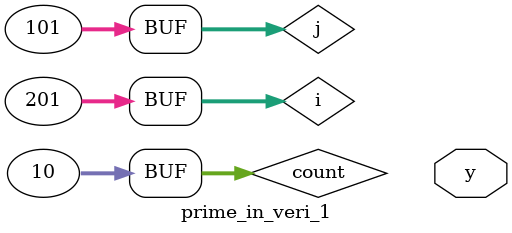
<source format=v>
module prime_in_veri_1 (
y);  
    integer i=0,j=0;
    integer count=0; //can use integer
    // reg count=0; //can use reg but it can only store 0 or 1 it contradicts with counting more than 1 so must use integer
    output  y;
    always @(i) begin
         $display("%0d is a prime num",0);
         $display("%0d is a prime num",1);
      for(i=2;i<=200;i=i+1) begin
        count=0;
        for (j = 2; j <= i/2;j=j+1) begin
                        if(i%j==0)begin
                          count=count+1;
                          //break;
                        end
                end  
                if(count==0)begin
                 $display("%0d is a prime num",i);
                end
//         		else
//                   $display("%0d is not a prime num",i);
        end  
                    
    end
endmodule

// ----------------
// module prime_in_veri (
// y);  
//     integer i=2,j=2,count=0;
//     output  y;
//     always @(i) begin
//         //  $display("%0d is a prime num",0);
//         //  $display("%0d is a prime num",1);
//         for(i=2;i<=200;i=i+1) begin

//             // if(i==0 || i==1)begin
//             //     $display("%0d is a prime num",i);
//             // end

//             // if(n>1) begin //if (i>1)
//                 // for(i=2;i<=200;i=i+1) begin
//                     for (j = 2; j <i; j=j+1) begin
//                         if(i%j==0)begin
//                             count=count+1;
//                         end
//                     end  
//                     if(count==0)begin
//                         $display("%0d is a prime num",i);
//                     end
//         end  
                    
//     end
//             // end
//         // end
// endmodule
</source>
